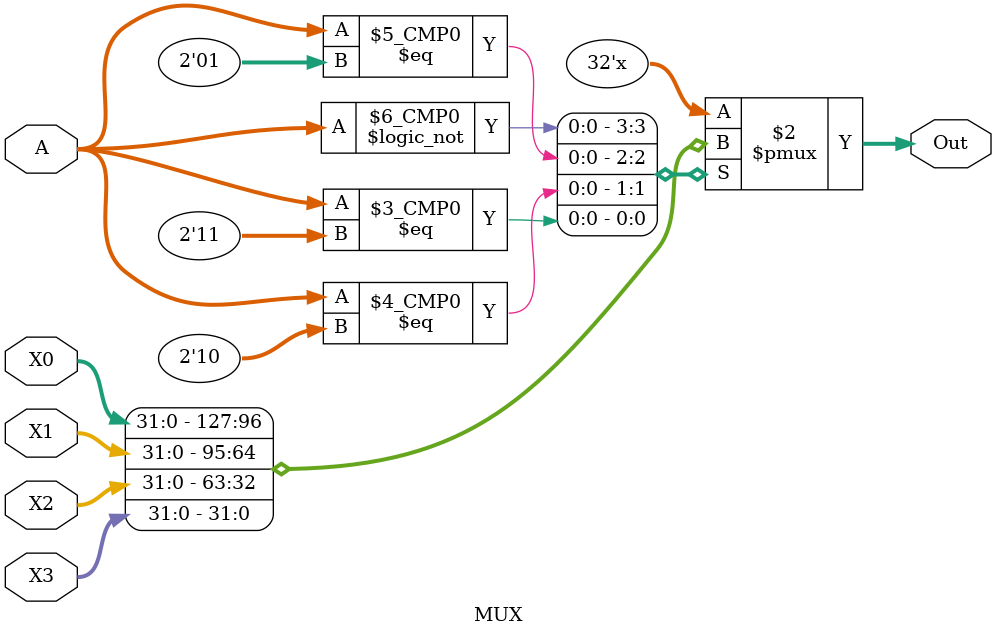
<source format=v>
`timescale 1ns / 1ps
module MUX(A,X0,X1,X2,X3,Out);//non-clocked mux 
input [1:0] A; 
input [31:0] X3,X2,X1,X0; 
output [31:0] Out; 
 
reg [31:0] Out; 
 
always@(A,X3,X2,X1,X0) 
begin 
  case(A) 
      2'b00: 
        Out <= X0; 
      2'b01: 
        Out <= X1; 
      2'b10: 
        Out <= X2; 
      2'b11: 
        Out <= X3; 
  endcase 
end 
 
endmodule 

</source>
